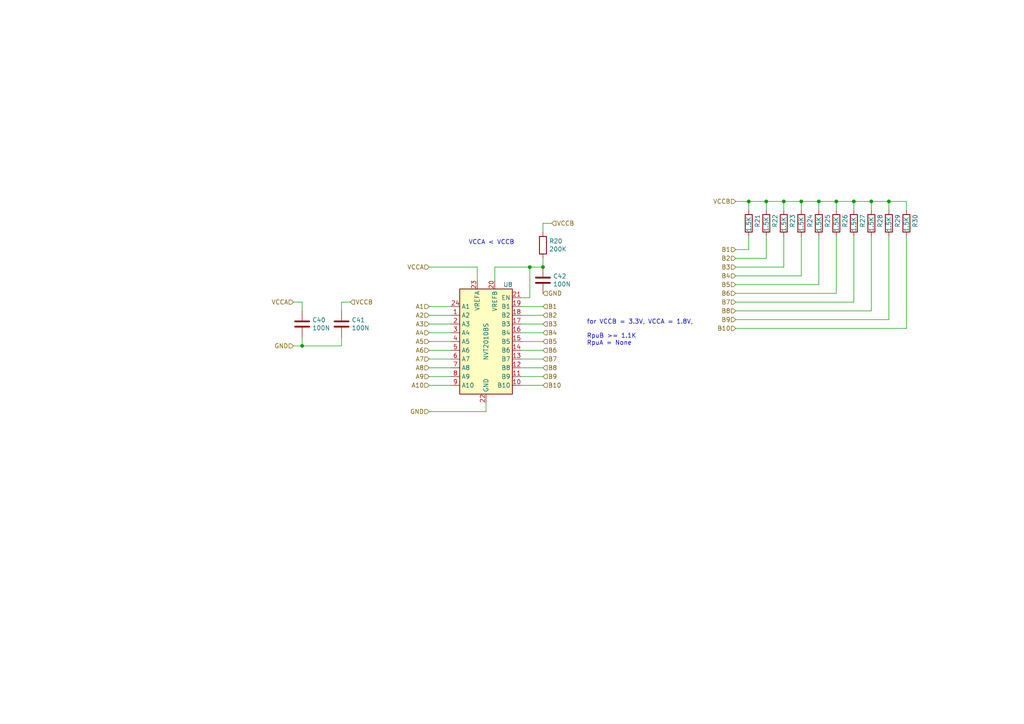
<source format=kicad_sch>
(kicad_sch (version 20211123) (generator eeschema)
  (paper "A4")
  (lib_symbols
    (symbol "Device:C" (pin_numbers hide) (pin_names (offset 0.254))
      (property "Reference" "C" (at 0.635 2.54 0))
      (property "Value" "C" (at 0.635 -2.54 0))
      (symbol "C_0_1"
        (polyline (pts (xy -2.032 -0.762) (xy 2.032 -0.762)) (stroke (width 0.508)))
        (polyline (pts (xy -2.032 0.762) (xy 2.032 0.762)) (stroke (width 0.508)))
      )
      (symbol "C_1_1"
        (pin passive line (at 0 3.81 270) (length 2.794) (name "~") (number "1"))
        (pin passive line (at 0 -3.81 90) (length 2.794) (name "~") (number "2"))
      )
    )
    (symbol "Device:R" (pin_numbers hide) (pin_names (offset 0))
      (property "Reference" "R" (at 2.032 0 90))
      (property "Value" "R" (at 0 0 90))
      (symbol "R_0_1"
        (rectangle (start -1.016 -2.54) (end 1.016 2.54) (stroke (width 0.254)))
      )
      (symbol "R_1_1"
        (pin passive line (at 0 3.81 270) (length 1.27) (name "~") (number "1"))
        (pin passive line (at 0 -3.81 90) (length 1.27) (name "~") (number "2"))
      )
    )
    (symbol "william_logic:NVT2010BS"
      (property "Reference" "U" (at -6.35 13.97 0))
      (property "Value" "NVT2010BS" (at 7.62 13.97 0))
      (symbol "NVT2010BS_1_1"
        (rectangle (start -7.62 12.7) (end 7.62 -17.78) (stroke (width 0.254)) (fill (type background)))
        (pin bidirectional line (at -10.16 5.08 0) (length 2.54) (name "A2") (number "1"))
        (pin bidirectional line (at 10.16 -15.24 180) (length 2.54) (name "B10") (number "10"))
        (pin bidirectional line (at 10.16 -12.7 180) (length 2.54) (name "B9") (number "11"))
        (pin bidirectional line (at 10.16 -10.16 180) (length 2.54) (name "B8") (number "12"))
        (pin bidirectional line (at 10.16 -7.62 180) (length 2.54) (name "B7") (number "13"))
        (pin bidirectional line (at 10.16 -5.08 180) (length 2.54) (name "B6") (number "14"))
        (pin bidirectional line (at 10.16 -2.54 180) (length 2.54) (name "B5") (number "15"))
        (pin bidirectional line (at 10.16 0 180) (length 2.54) (name "B4") (number "16"))
        (pin bidirectional line (at 10.16 2.54 180) (length 2.54) (name "B3") (number "17"))
        (pin bidirectional line (at 10.16 5.08 180) (length 2.54) (name "B2") (number "18"))
        (pin bidirectional line (at 10.16 7.62 180) (length 2.54) (name "B1") (number "19"))
        (pin bidirectional line (at -10.16 2.54 0) (length 2.54) (name "A3") (number "2"))
        (pin input line (at 2.54 15.24 270) (length 2.54) (name "VREFB") (number "20"))
        (pin input line (at 10.16 10.16 180) (length 2.54) (name "EN") (number "21"))
        (pin power_in line (at 0 -20.32 90) (length 2.54) (name "GND") (number "22"))
        (pin input line (at -2.54 15.24 270) (length 2.54) (name "VREFA") (number "23"))
        (pin bidirectional line (at -10.16 7.62 0) (length 2.54) (name "A1") (number "24"))
        (pin bidirectional line (at -10.16 0 0) (length 2.54) (name "A4") (number "3"))
        (pin bidirectional line (at -10.16 -2.54 0) (length 2.54) (name "A5") (number "4"))
        (pin bidirectional line (at -10.16 -5.08 0) (length 2.54) (name "A6") (number "5"))
        (pin bidirectional line (at -10.16 -7.62 0) (length 2.54) (name "A7") (number "6"))
        (pin bidirectional line (at -10.16 -10.16 0) (length 2.54) (name "A8") (number "7"))
        (pin bidirectional line (at -10.16 -12.7 0) (length 2.54) (name "A9") (number "8"))
        (pin bidirectional line (at -10.16 -15.24 0) (length 2.54) (name "A10") (number "9"))
      )
    )
  )
  (junction (at 157.48 77.47))
  (junction (at 227.33 58.42))
  (junction (at 222.25 58.42))
  (junction (at 242.57 58.42))
  (junction (at 252.73 58.42))
  (junction (at 87.63 100.33))
  (junction (at 257.81 58.42))
  (junction (at 247.65 58.42))
  (junction (at 153.67 77.47))
  (junction (at 232.41 58.42))
  (junction (at 237.49 58.42))
  (junction (at 217.17 58.42))
  (wire (pts (xy 252.73 60.96) (xy 252.73 58.42)))
  (wire (pts (xy 242.57 68.58) (xy 242.57 85.09)))
  (wire (pts (xy 213.36 82.55) (xy 237.49 82.55)))
  (wire (pts (xy 124.46 104.14) (xy 130.81 104.14)))
  (wire (pts (xy 124.46 111.76) (xy 130.81 111.76)))
  (wire (pts (xy 87.63 87.63) (xy 87.63 90.17)))
  (wire (pts (xy 151.13 99.06) (xy 157.48 99.06)))
  (wire (pts (xy 124.46 99.06) (xy 130.81 99.06)))
  (wire (pts (xy 252.73 58.42) (xy 257.81 58.42)))
  (wire (pts (xy 232.41 80.01) (xy 232.41 68.58)))
  (wire (pts (xy 124.46 119.38) (xy 140.97 119.38)))
  (wire (pts (xy 262.89 95.25) (xy 213.36 95.25)))
  (wire (pts (xy 124.46 91.44) (xy 130.81 91.44)))
  (wire (pts (xy 227.33 58.42) (xy 227.33 60.96)))
  (wire (pts (xy 213.36 92.71) (xy 257.81 92.71)))
  (wire (pts (xy 124.46 109.22) (xy 130.81 109.22)))
  (wire (pts (xy 157.48 67.31) (xy 157.48 64.77)))
  (wire (pts (xy 151.13 86.36) (xy 153.67 86.36)))
  (wire (pts (xy 222.25 58.42) (xy 227.33 58.42)))
  (wire (pts (xy 217.17 58.42) (xy 222.25 58.42)))
  (wire (pts (xy 257.81 60.96) (xy 257.81 58.42)))
  (wire (pts (xy 242.57 60.96) (xy 242.57 58.42)))
  (wire (pts (xy 262.89 68.58) (xy 262.89 95.25)))
  (wire (pts (xy 242.57 58.42) (xy 247.65 58.42)))
  (wire (pts (xy 151.13 111.76) (xy 157.48 111.76)))
  (wire (pts (xy 87.63 100.33) (xy 99.06 100.33)))
  (wire (pts (xy 99.06 87.63) (xy 99.06 90.17)))
  (wire (pts (xy 247.65 58.42) (xy 247.65 60.96)))
  (wire (pts (xy 213.36 80.01) (xy 232.41 80.01)))
  (wire (pts (xy 237.49 82.55) (xy 237.49 68.58)))
  (wire (pts (xy 85.09 100.33) (xy 87.63 100.33)))
  (wire (pts (xy 124.46 77.47) (xy 138.43 77.47)))
  (wire (pts (xy 222.25 74.93) (xy 222.25 68.58)))
  (wire (pts (xy 151.13 96.52) (xy 157.48 96.52)))
  (wire (pts (xy 242.57 85.09) (xy 213.36 85.09)))
  (wire (pts (xy 157.48 77.47) (xy 153.67 77.47)))
  (wire (pts (xy 151.13 93.98) (xy 157.48 93.98)))
  (wire (pts (xy 213.36 74.93) (xy 222.25 74.93)))
  (wire (pts (xy 124.46 96.52) (xy 130.81 96.52)))
  (wire (pts (xy 151.13 88.9) (xy 157.48 88.9)))
  (wire (pts (xy 237.49 58.42) (xy 242.57 58.42)))
  (wire (pts (xy 213.36 87.63) (xy 247.65 87.63)))
  (wire (pts (xy 257.81 58.42) (xy 262.89 58.42)))
  (wire (pts (xy 153.67 86.36) (xy 153.67 77.47)))
  (wire (pts (xy 262.89 58.42) (xy 262.89 60.96)))
  (wire (pts (xy 157.48 77.47) (xy 157.48 74.93)))
  (wire (pts (xy 143.51 77.47) (xy 143.51 81.28)))
  (wire (pts (xy 140.97 119.38) (xy 140.97 116.84)))
  (wire (pts (xy 247.65 87.63) (xy 247.65 68.58)))
  (wire (pts (xy 101.6 87.63) (xy 99.06 87.63)))
  (wire (pts (xy 227.33 58.42) (xy 232.41 58.42)))
  (wire (pts (xy 252.73 90.17) (xy 213.36 90.17)))
  (wire (pts (xy 247.65 58.42) (xy 252.73 58.42)))
  (wire (pts (xy 85.09 87.63) (xy 87.63 87.63)))
  (wire (pts (xy 227.33 68.58) (xy 227.33 77.47)))
  (wire (pts (xy 157.48 64.77) (xy 160.02 64.77)))
  (wire (pts (xy 124.46 101.6) (xy 130.81 101.6)))
  (wire (pts (xy 124.46 93.98) (xy 130.81 93.98)))
  (wire (pts (xy 232.41 58.42) (xy 237.49 58.42)))
  (wire (pts (xy 151.13 109.22) (xy 157.48 109.22)))
  (wire (pts (xy 151.13 104.14) (xy 157.48 104.14)))
  (wire (pts (xy 151.13 106.68) (xy 157.48 106.68)))
  (wire (pts (xy 151.13 101.6) (xy 157.48 101.6)))
  (wire (pts (xy 237.49 60.96) (xy 237.49 58.42)))
  (wire (pts (xy 213.36 58.42) (xy 217.17 58.42)))
  (wire (pts (xy 124.46 106.68) (xy 130.81 106.68)))
  (wire (pts (xy 232.41 60.96) (xy 232.41 58.42)))
  (wire (pts (xy 99.06 100.33) (xy 99.06 97.79)))
  (wire (pts (xy 87.63 97.79) (xy 87.63 100.33)))
  (wire (pts (xy 227.33 77.47) (xy 213.36 77.47)))
  (wire (pts (xy 151.13 91.44) (xy 157.48 91.44)))
  (wire (pts (xy 222.25 60.96) (xy 222.25 58.42)))
  (wire (pts (xy 153.67 77.47) (xy 143.51 77.47)))
  (wire (pts (xy 217.17 68.58) (xy 217.17 72.39)))
  (wire (pts (xy 257.81 92.71) (xy 257.81 68.58)))
  (wire (pts (xy 252.73 68.58) (xy 252.73 90.17)))
  (wire (pts (xy 217.17 72.39) (xy 213.36 72.39)))
  (wire (pts (xy 124.46 88.9) (xy 130.81 88.9)))
  (wire (pts (xy 217.17 60.96) (xy 217.17 58.42)))
  (wire (pts (xy 138.43 77.47) (xy 138.43 81.28)))
  (text "for VCCB = 3.3V, VCCA = 1.8V, \n\nRpuB >= 1.1K\nRpuA = None" (at 170.18 100.33 0) (effects (font (size 1.27 1.27)) (justify left bottom)))
  (text "VCCA < VCCB" (at 135.89 71.12 0) (effects (font (size 1.27 1.27)) (justify left bottom)))
  (hierarchical_label "B7" (shape input) (at 213.36 87.63 180))
  (hierarchical_label "B4" (shape input) (at 213.36 80.01 180))
  (hierarchical_label "VCCB" (shape input) (at 101.6 87.63 0))
  (hierarchical_label "B5" (shape input) (at 157.48 99.06 0))
  (hierarchical_label "GND" (shape input) (at 85.09 100.33 180))
  (hierarchical_label "A4" (shape input) (at 124.46 96.52 180))
  (hierarchical_label "B5" (shape input) (at 213.36 82.55 180))
  (hierarchical_label "A1" (shape input) (at 124.46 88.9 180))
  (hierarchical_label "B3" (shape input) (at 213.36 77.47 180))
  (hierarchical_label "B9" (shape input) (at 213.36 92.71 180))
  (hierarchical_label "B6" (shape input) (at 157.48 101.6 0))
  (hierarchical_label "B6" (shape input) (at 213.36 85.09 180))
  (hierarchical_label "A2" (shape input) (at 124.46 91.44 180))
  (hierarchical_label "A8" (shape input) (at 124.46 106.68 180))
  (hierarchical_label "A5" (shape input) (at 124.46 99.06 180))
  (hierarchical_label "A7" (shape input) (at 124.46 104.14 180))
  (hierarchical_label "A3" (shape input) (at 124.46 93.98 180))
  (hierarchical_label "B7" (shape input) (at 157.48 104.14 0))
  (hierarchical_label "VCCB" (shape input) (at 160.02 64.77 0))
  (hierarchical_label "B2" (shape input) (at 157.48 91.44 0))
  (hierarchical_label "B10" (shape input) (at 213.36 95.25 180))
  (hierarchical_label "VCCA" (shape input) (at 85.09 87.63 180))
  (hierarchical_label "GND" (shape input) (at 124.46 119.38 180))
  (hierarchical_label "B9" (shape input) (at 157.48 109.22 0))
  (hierarchical_label "B8" (shape input) (at 213.36 90.17 180))
  (hierarchical_label "VCCB" (shape input) (at 213.36 58.42 180))
  (hierarchical_label "B8" (shape input) (at 157.48 106.68 0))
  (hierarchical_label "B10" (shape input) (at 157.48 111.76 0))
  (hierarchical_label "B2" (shape input) (at 213.36 74.93 180))
  (hierarchical_label "B1" (shape input) (at 157.48 88.9 0))
  (hierarchical_label "B1" (shape input) (at 213.36 72.39 180))
  (hierarchical_label "A6" (shape input) (at 124.46 101.6 180))
  (hierarchical_label "A9" (shape input) (at 124.46 109.22 180))
  (hierarchical_label "A10" (shape input) (at 124.46 111.76 180))
  (hierarchical_label "VCCA" (shape input) (at 124.46 77.47 180))
  (hierarchical_label "B4" (shape input) (at 157.48 96.52 0))
  (hierarchical_label "GND" (shape input) (at 157.48 85.09 0))
  (hierarchical_label "B3" (shape input) (at 157.48 93.98 0))
  (symbol (lib_id "Device:C") (at 87.63 93.98 0) (unit 1)
    (property "Reference" "C40" (at 90.551 92.8116 0) (effects (justify left)))
    (property "Value" "100N" (at 90.551 95.123 0) (effects (justify left)))
    (property "Footprint" "Capacitor_SMD:C_0603_1608Metric" (effects hide))
  )
  (symbol (lib_id "Device:C") (at 99.06 93.98 0) (unit 1)
    (property "Reference" "C41" (at 101.981 92.8116 0) (effects (justify left)))
    (property "Value" "100N" (at 101.981 95.123 0) (effects (justify left)))
    (property "Footprint" "Capacitor_SMD:C_0603_1608Metric" (effects hide))
  )
  (symbol (lib_id "william_logic:NVT2010BS") (at 140.97 96.52 0) (unit 1)
    (property "Reference" "U8" (at 147.32 82.55 0))
    (property "Value" "NVT2010BS" (at 140.97 99.06 90))
    (property "Footprint" "william_logic:QFN-24-1EP_4x4mm_P0.5mm_EP2.1x2.1mm" (effects hide))
  )
  (symbol (lib_id "Device:R") (at 157.48 71.12 0) (unit 1)
    (property "Reference" "R20" (at 159.258 69.9516 0) (effects (justify left)))
    (property "Value" "200K" (at 159.258 72.263 0) (effects (justify left)))
    (property "Footprint" "Resistor_SMD:R_0603_1608Metric" (effects hide))
  )
  (symbol (lib_id "Device:R") (at 217.17 64.77 0) (unit 1)
    (property "Reference" "R21" (at 219.71 66.04 90) (effects (justify left)))
    (property "Value" "1.5K" (at 217.17 67.31 90) (effects (justify left)))
    (property "Footprint" "Resistor_SMD:R_0603_1608Metric" (effects hide))
  )
  (symbol (lib_id "Device:R") (at 222.25 64.77 0) (unit 1)
    (property "Reference" "R22" (at 224.79 66.04 90) (effects (justify left)))
    (property "Value" "1.5K" (at 222.25 67.31 90) (effects (justify left)))
    (property "Footprint" "Resistor_SMD:R_0603_1608Metric" (effects hide))
  )
  (symbol (lib_id "Device:R") (at 227.33 64.77 0) (unit 1)
    (property "Reference" "R23" (at 229.87 66.04 90) (effects (justify left)))
    (property "Value" "1.5K" (at 227.33 67.31 90) (effects (justify left)))
    (property "Footprint" "Resistor_SMD:R_0603_1608Metric" (effects hide))
  )
  (symbol (lib_id "Device:R") (at 232.41 64.77 0) (unit 1)
    (property "Reference" "R24" (at 234.95 66.04 90) (effects (justify left)))
    (property "Value" "1.5K" (at 232.41 67.31 90) (effects (justify left)))
    (property "Footprint" "Resistor_SMD:R_0603_1608Metric" (effects hide))
  )
  (symbol (lib_id "Device:R") (at 237.49 64.77 0) (unit 1)
    (property "Reference" "R25" (at 240.03 66.04 90) (effects (justify left)))
    (property "Value" "1.5K" (at 237.49 67.31 90) (effects (justify left)))
    (property "Footprint" "Resistor_SMD:R_0603_1608Metric" (effects hide))
  )
  (symbol (lib_id "Device:R") (at 242.57 64.77 0) (unit 1)
    (property "Reference" "R26" (at 245.11 66.04 90) (effects (justify left)))
    (property "Value" "1.5K" (at 242.57 67.31 90) (effects (justify left)))
    (property "Footprint" "Resistor_SMD:R_0603_1608Metric" (effects hide))
  )
  (symbol (lib_id "Device:R") (at 247.65 64.77 0) (unit 1)
    (property "Reference" "R27" (at 250.19 66.04 90) (effects (justify left)))
    (property "Value" "1.5K" (at 247.65 67.31 90) (effects (justify left)))
    (property "Footprint" "Resistor_SMD:R_0603_1608Metric" (effects hide))
  )
  (symbol (lib_id "Device:R") (at 252.73 64.77 0) (unit 1)
    (property "Reference" "R28" (at 255.27 66.04 90) (effects (justify left)))
    (property "Value" "1.5K" (at 252.73 67.31 90) (effects (justify left)))
    (property "Footprint" "Resistor_SMD:R_0603_1608Metric" (effects hide))
  )
  (symbol (lib_id "Device:R") (at 257.81 64.77 0) (unit 1)
    (property "Reference" "R29" (at 260.35 66.04 90) (effects (justify left)))
    (property "Value" "1.5K" (at 257.81 67.31 90) (effects (justify left)))
    (property "Footprint" "Resistor_SMD:R_0603_1608Metric" (effects hide))
  )
  (symbol (lib_id "Device:R") (at 262.89 64.77 0) (unit 1)
    (property "Reference" "R30" (at 265.43 66.04 90) (effects (justify left)))
    (property "Value" "1.5K" (at 262.89 67.31 90) (effects (justify left)))
    (property "Footprint" "Resistor_SMD:R_0603_1608Metric" (effects hide))
  )
  (symbol (lib_id "Device:C") (at 157.48 81.28 0) (unit 1)
    (property "Reference" "C42" (at 160.401 80.1116 0) (effects (justify left)))
    (property "Value" "100N" (at 160.401 82.423 0) (effects (justify left)))
    (property "Footprint" "Capacitor_SMD:C_0603_1608Metric" (effects hide))
  )
)
</source>
